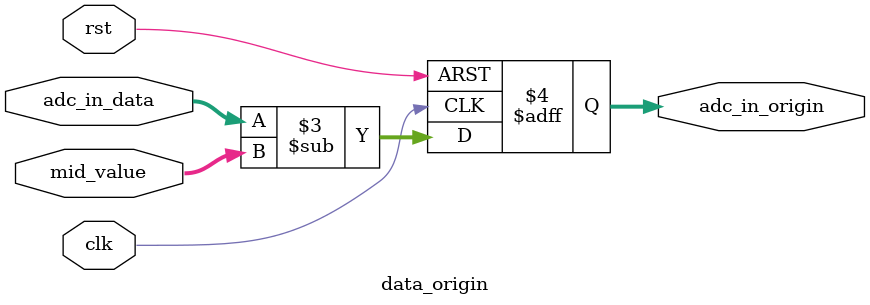
<source format=v>
module data_origin(
    input clk,
    input rst,
    input [11:0] adc_in_data,
    input [11:0] mid_value,
    output reg [11:0] adc_in_origin
);
    
    always @ (posedge clk or negedge rst) begin
        if (!rst)
            adc_in_origin <= 0;
        else
            adc_in_origin <= adc_in_data - mid_value;
    end
endmodule

</source>
